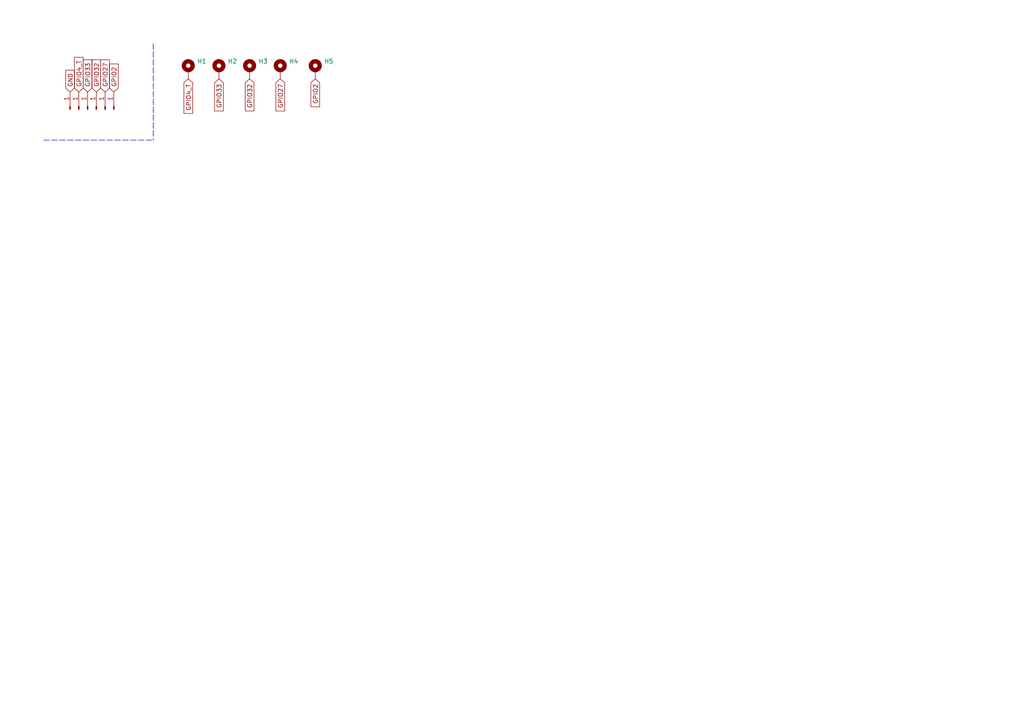
<source format=kicad_sch>
(kicad_sch (version 20231120) (generator "eeschema") (generator_version "8.0")
  (paper "A4")
  (lib_symbols
    (symbol "Connector:Conn_01x01_Pin" (pin_names (offset 1.016) hide)
      (property "Reference" "J" (at 0 2.54 0))
      (property "Value" "Conn_01x01_Pin" (at 0 -2.54 0))
      (symbol "Conn_01x01_Pin_1_1"
        (polyline (pts (xy 1.27 0) (xy 0.8636 0)) (stroke (width 0.1524)))
        (rectangle (start 0.8636 0.127) (end 0 -0.127) (stroke (width 0.1524)) (fill (type outline)))
        (pin passive line (at 5.08 0 180) (length 3.81) (name "Pin_1") (number "1"))
      )
    )
    (symbol "Mechanical:MountingHole_Pad_MP" (pin_numbers hide) (pin_names (offset 1.016) hide) (exclude_from_sim yes) (in_bom no)
      (property "Reference" "H" (at 0 6.35 0))
      (property "Value" "MountingHole_Pad_MP" (at 0 4.445 0))
      (symbol "MountingHole_Pad_MP_0_1"
        (circle (center 0 1.27) (radius 1.27) (stroke (width 1.27)))
      )
      (symbol "MountingHole_Pad_MP_1_1"
        (pin input line (at 0 -2.54 90) (length 2.54) (name "MP") (number "MP"))
      )
    )
  )
  (polyline (pts (xy 44.45 12.7) (xy 44.45 40.64)) (stroke (width 0) (type dash)))
  (polyline (pts (xy 12.7 40.64) (xy 44.45 40.64)) (stroke (width 0) (type dash)))
  (global_label "GPIO33" (shape input) (at 25.4 26.67 90) (property "Intersheetrefs" "${INTERSHEET_REFS}" (effects (hide yes))))
  (global_label "GPIO32" (shape input) (at 27.94 26.67 90) (property "Intersheetrefs" "${INTERSHEET_REFS}" (effects (hide yes))))
  (global_label "GND" (shape input) (at 20.32 26.67 90) (property "Intersheetrefs" "${INTERSHEET_REFS}" (effects (hide yes))))
  (global_label "GPIO2" (shape input) (at 33.02 26.67 90) (property "Intersheetrefs" "${INTERSHEET_REFS}" (effects (hide yes))))
  (global_label "GPIO2" (shape input) (at 91.44 22.86 270) (property "Intersheetrefs" "${INTERSHEET_REFS}" (effects (hide yes))))
  (global_label "GPIO27" (shape input) (at 30.48 26.67 90) (property "Intersheetrefs" "${INTERSHEET_REFS}" (effects (hide yes))))
  (global_label "GPIO4_T" (shape input) (at 22.86 26.67 90) (property "Intersheetrefs" "${INTERSHEET_REFS}" (effects (hide yes))))
  (global_label "GPIO27" (shape input) (at 81.28 22.86 270) (property "Intersheetrefs" "${INTERSHEET_REFS}" (effects (hide yes))))
  (global_label "GPIO33" (shape input) (at 63.5 22.86 270) (property "Intersheetrefs" "${INTERSHEET_REFS}" (effects (hide yes))))
  (global_label "GPIO32" (shape input) (at 72.39 22.86 270) (property "Intersheetrefs" "${INTERSHEET_REFS}" (effects (hide yes))))
  (global_label "GPIO4_T" (shape input) (at 54.61 22.86 270) (property "Intersheetrefs" "${INTERSHEET_REFS}" (effects (hide yes))))
  (symbol (lib_id "Connector:Conn_01x01_Pin") (at 27.94 31.75 90) (unit 1)
    (property "Reference" "J3" (effects (hide yes)))
    (property "Value" "Conn_01x01_Pin" (effects (hide yes)))
    (property "Footprint" "Connector_PinHeader_2.54mm:PinHeader_1x01_P2.54mm_Vertical" (effects (hide yes)))
    (property "Description" "Generic connector, single row, 01x01, script generated" (effects (hide yes)))
  )
  (symbol (lib_id "Connector:Conn_01x01_Pin") (at 33.02 31.75 90) (unit 1)
    (property "Reference" "J5" (effects (hide yes)))
    (property "Value" "Conn_01x01_Pin" (effects (hide yes)))
    (property "Footprint" "Connector_PinHeader_2.54mm:PinHeader_1x01_P2.54mm_Vertical" (effects (hide yes)))
    (property "Description" "Generic connector, single row, 01x01, script generated" (effects (hide yes)))
  )
  (symbol (lib_id "Connector:Conn_01x01_Pin") (at 22.86 31.75 90) (unit 1)
    (property "Reference" "J1" (effects (hide yes)))
    (property "Value" "Conn_01x01_Pin" (effects (hide yes)))
    (property "Footprint" "Connector_PinHeader_2.54mm:PinHeader_1x01_P2.54mm_Vertical" (effects (hide yes)))
    (property "Description" "Generic connector, single row, 01x01, script generated" (effects (hide yes)))
  )
  (symbol (lib_id "Mechanical:MountingHole_Pad_MP") (at 63.5 20.32 0) (unit 1) (exclude_from_sim yes) (in_bom no)
    (property "Reference" "H2" (at 66.04 17.7799 0) (effects (justify left)))
    (property "Value" "MountingHole_Pad_MP" (effects (hide yes)))
    (property "Description" "Mounting Hole with connection as pad named MP" (effects (hide yes)))
  )
  (symbol (lib_id "Mechanical:MountingHole_Pad_MP") (at 54.61 20.32 0) (unit 1) (exclude_from_sim yes) (in_bom no)
    (property "Reference" "H1" (at 57.15 17.7799 0) (effects (justify left)))
    (property "Value" "MountingHole_Pad_MP" (effects (hide yes)))
    (property "Description" "Mounting Hole with connection as pad named MP" (effects (hide yes)))
  )
  (symbol (lib_id "Connector:Conn_01x01_Pin") (at 20.32 31.75 90) (unit 1)
    (property "Reference" "J6" (effects (hide yes)))
    (property "Value" "Conn_01x01_Pin" (effects (hide yes)))
    (property "Footprint" "Connector_PinHeader_2.54mm:PinHeader_1x02_P2.54mm_Vertical_SMD_Pin1Left" (effects (hide yes)))
    (property "Description" "Generic connector, single row, 01x01, script generated" (effects (hide yes)))
  )
  (symbol (lib_id "Mechanical:MountingHole_Pad_MP") (at 72.39 20.32 0) (unit 1) (exclude_from_sim yes) (in_bom no)
    (property "Reference" "H3" (at 74.93 17.7799 0) (effects (justify left)))
    (property "Value" "MountingHole_Pad_MP" (effects (hide yes)))
    (property "Description" "Mounting Hole with connection as pad named MP" (effects (hide yes)))
  )
  (symbol (lib_id "Mechanical:MountingHole_Pad_MP") (at 81.28 20.32 0) (unit 1) (exclude_from_sim yes) (in_bom no)
    (property "Reference" "H4" (at 83.82 17.7799 0) (effects (justify left)))
    (property "Value" "MountingHole_Pad_MP" (effects (hide yes)))
    (property "Description" "Mounting Hole with connection as pad named MP" (effects (hide yes)))
  )
  (symbol (lib_id "Connector:Conn_01x01_Pin") (at 30.48 31.75 90) (unit 1)
    (property "Reference" "J4" (effects (hide yes)))
    (property "Value" "Conn_01x01_Pin" (effects (hide yes)))
    (property "Footprint" "Connector_PinHeader_2.54mm:PinHeader_1x01_P2.54mm_Vertical" (effects (hide yes)))
    (property "Description" "Generic connector, single row, 01x01, script generated" (effects (hide yes)))
  )
  (symbol (lib_id "Mechanical:MountingHole_Pad_MP") (at 91.44 20.32 0) (unit 1) (exclude_from_sim yes) (in_bom no)
    (property "Reference" "H5" (at 93.98 17.7799 0) (effects (justify left)))
    (property "Value" "MountingHole_Pad_MP" (effects (hide yes)))
    (property "Description" "Mounting Hole with connection as pad named MP" (effects (hide yes)))
  )
  (symbol (lib_id "Connector:Conn_01x01_Pin") (at 25.4 31.75 90) (unit 1)
    (property "Reference" "J2" (effects (hide yes)))
    (property "Value" "Conn_01x01_Pin" (effects (hide yes)))
    (property "Footprint" "Connector_PinHeader_2.54mm:PinHeader_1x01_P2.54mm_Vertical" (effects (hide yes)))
    (property "Description" "Generic connector, single row, 01x01, script generated" (effects (hide yes)))
  )
)
</source>
